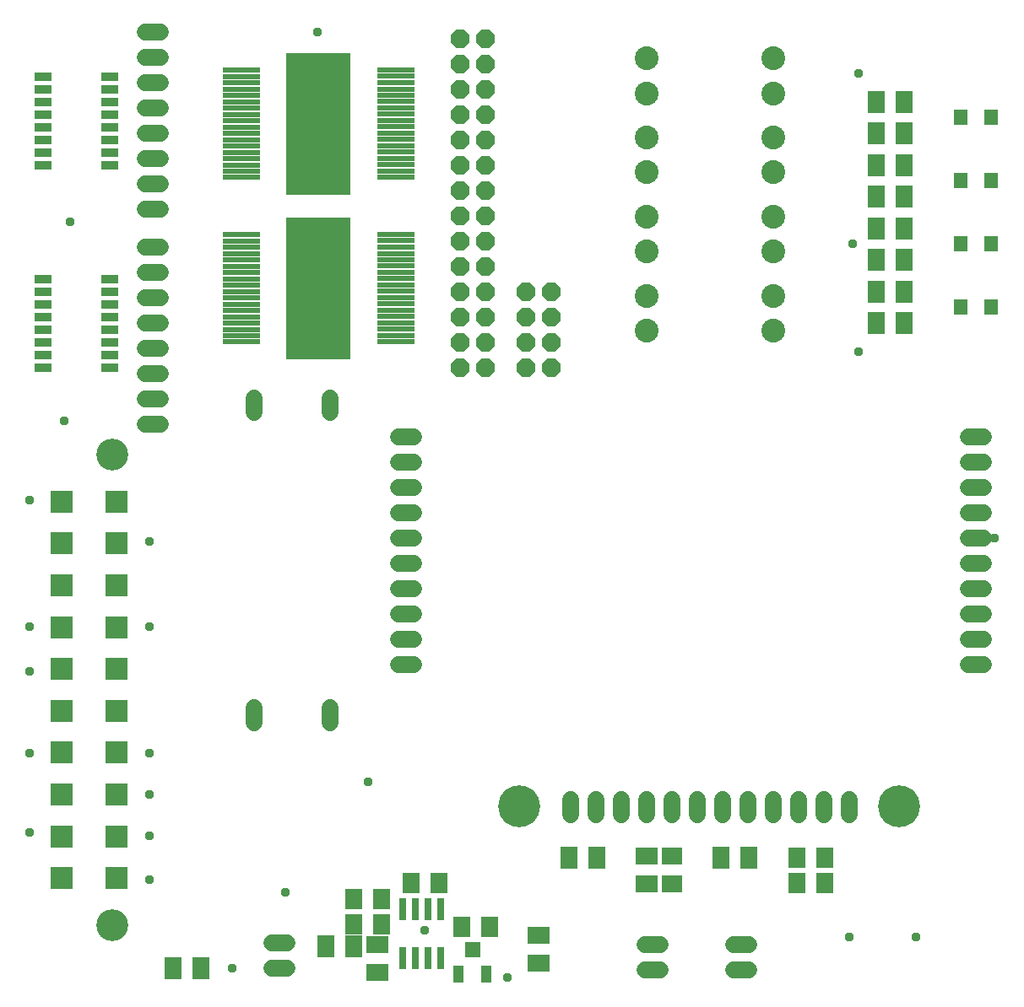
<source format=gbr>
G04 EAGLE Gerber X2 export*
G75*
%MOMM*%
%FSLAX34Y34*%
%LPD*%
%AMOC8*
5,1,8,0,0,1.08239X$1,22.5*%
G01*
%ADD10C,1.711200*%
%ADD11R,0.762000X2.184400*%
%ADD12R,2.003200X1.803200*%
%ADD13R,1.803200X2.003200*%
%ADD14R,2.203200X1.803200*%
%ADD15R,1.803200X2.203200*%
%ADD16R,1.103200X1.803200*%
%ADD17R,1.503200X1.503200*%
%ADD18R,2.303200X2.303200*%
%ADD19C,3.203200*%
%ADD20R,3.703200X0.623200*%
%ADD21R,6.503200X14.203200*%
%ADD22R,1.703200X0.903200*%
%ADD23P,2.034460X8X292.500000*%
%ADD24C,2.387600*%
%ADD25C,1.727200*%
%ADD26R,1.403200X1.603200*%
%ADD27C,0.959600*%
%ADD28C,4.203200*%


D10*
X132160Y977900D02*
X147240Y977900D01*
X147240Y952500D02*
X132160Y952500D01*
X132160Y927100D02*
X147240Y927100D01*
X147240Y901700D02*
X132160Y901700D01*
X132160Y876300D02*
X147240Y876300D01*
X147240Y850900D02*
X132160Y850900D01*
X132160Y825500D02*
X147240Y825500D01*
X147240Y800100D02*
X132160Y800100D01*
D11*
X390525Y48387D03*
X403225Y48387D03*
X415925Y48387D03*
X428625Y48387D03*
X428625Y97663D03*
X415925Y97663D03*
X403225Y97663D03*
X390525Y97663D03*
D12*
X660400Y122525D03*
X660400Y150525D03*
D13*
X426750Y123825D03*
X398750Y123825D03*
X449550Y79375D03*
X477550Y79375D03*
D14*
X365125Y61625D03*
X365125Y33625D03*
X527050Y43150D03*
X527050Y71150D03*
D15*
X585500Y149225D03*
X557500Y149225D03*
X737900Y149225D03*
X709900Y149225D03*
D10*
X558800Y192485D02*
X558800Y207565D01*
X584200Y207565D02*
X584200Y192485D01*
X609600Y192485D02*
X609600Y207565D01*
X635000Y207565D02*
X635000Y192485D01*
X660400Y192485D02*
X660400Y207565D01*
X685800Y207565D02*
X685800Y192485D01*
X711200Y192485D02*
X711200Y207565D01*
X736600Y207565D02*
X736600Y192485D01*
X762000Y192485D02*
X762000Y207565D01*
X787400Y207565D02*
X787400Y192485D01*
X812800Y192485D02*
X812800Y207565D01*
X838200Y207565D02*
X838200Y192485D01*
D16*
X446375Y32300D03*
X474375Y32300D03*
D17*
X460375Y56600D03*
D10*
X147240Y762000D02*
X132160Y762000D01*
X132160Y736600D02*
X147240Y736600D01*
X147240Y711200D02*
X132160Y711200D01*
X132160Y685800D02*
X147240Y685800D01*
X147240Y660400D02*
X132160Y660400D01*
X132160Y635000D02*
X147240Y635000D01*
X147240Y609600D02*
X132160Y609600D01*
X132160Y584200D02*
X147240Y584200D01*
X722710Y61913D02*
X737790Y61913D01*
X737790Y36513D02*
X722710Y36513D01*
X648890Y61913D02*
X633810Y61913D01*
X633810Y36513D02*
X648890Y36513D01*
X274240Y38100D02*
X259160Y38100D01*
X259160Y63500D02*
X274240Y63500D01*
D18*
X48700Y128500D03*
X48700Y170500D03*
X48700Y212500D03*
X48700Y254500D03*
X48700Y296500D03*
X48700Y338500D03*
X48700Y380500D03*
X48700Y422500D03*
X48700Y464500D03*
X48700Y506500D03*
X103700Y128500D03*
X103700Y170500D03*
X103700Y212500D03*
X103700Y254500D03*
X103700Y296500D03*
X103700Y338500D03*
X103700Y380500D03*
X103700Y422500D03*
X103700Y464500D03*
X103700Y506500D03*
D19*
X99100Y81500D03*
X99100Y553500D03*
D10*
X317500Y595710D02*
X317500Y610790D01*
X317500Y299640D02*
X317500Y284560D01*
X241300Y595710D02*
X241300Y610790D01*
X241300Y299640D02*
X241300Y284560D01*
D20*
X228620Y939800D03*
X228620Y933300D03*
X228620Y926960D03*
X228620Y920760D03*
X228620Y914260D03*
X228620Y907920D03*
X228620Y901720D03*
X228620Y895220D03*
X228620Y888880D03*
X228620Y882680D03*
X228620Y876180D03*
X228620Y869980D03*
X228620Y863480D03*
X228620Y857140D03*
X228620Y850940D03*
X228620Y844440D03*
X228620Y838100D03*
X228620Y831900D03*
X384110Y831900D03*
X384110Y838400D03*
X384110Y844600D03*
X384110Y851100D03*
X384110Y857300D03*
X384110Y863800D03*
X384110Y870000D03*
X384110Y876500D03*
X384110Y882700D03*
X384110Y889200D03*
X384110Y895400D03*
X384110Y901900D03*
X384110Y908100D03*
X384110Y914600D03*
D21*
X305965Y885830D03*
D20*
X384110Y920780D03*
X384110Y927280D03*
X384110Y933620D03*
X384110Y939960D03*
X228620Y774700D03*
X228620Y768200D03*
X228620Y761860D03*
X228620Y755660D03*
X228620Y749160D03*
X228620Y742820D03*
X228620Y736620D03*
X228620Y730120D03*
X228620Y723780D03*
X228620Y717580D03*
X228620Y711080D03*
X228620Y704880D03*
X228620Y698380D03*
X228620Y692040D03*
X228620Y685840D03*
X228620Y679340D03*
X228620Y673000D03*
X228620Y666800D03*
X384110Y666800D03*
X384110Y673300D03*
X384110Y679500D03*
X384110Y686000D03*
X384110Y692200D03*
X384110Y698700D03*
X384110Y704900D03*
X384110Y711400D03*
X384110Y717600D03*
X384110Y724100D03*
X384110Y730300D03*
X384110Y736800D03*
X384110Y743000D03*
X384110Y749500D03*
D21*
X305965Y720730D03*
D20*
X384110Y755680D03*
X384110Y762180D03*
X384110Y768520D03*
X384110Y774860D03*
D13*
X369600Y82550D03*
X341600Y82550D03*
X369600Y107950D03*
X341600Y107950D03*
X814100Y123825D03*
X786100Y123825D03*
X814100Y149225D03*
X786100Y149225D03*
D15*
X160000Y38100D03*
X188000Y38100D03*
D22*
X96960Y641350D03*
X96960Y654050D03*
X96960Y666750D03*
X96960Y679450D03*
X96960Y692150D03*
X96960Y704850D03*
X96960Y717550D03*
X96960Y730250D03*
X30040Y730250D03*
X30040Y717550D03*
X30040Y704850D03*
X30040Y692150D03*
X30040Y679450D03*
X30040Y666750D03*
X30040Y654050D03*
X30040Y641350D03*
X96960Y844550D03*
X96960Y857250D03*
X96960Y869950D03*
X96960Y882650D03*
X96960Y895350D03*
X96960Y908050D03*
X96960Y920750D03*
X96960Y933450D03*
X30040Y933450D03*
X30040Y920750D03*
X30040Y908050D03*
X30040Y895350D03*
X30040Y882650D03*
X30040Y869950D03*
X30040Y857250D03*
X30040Y844550D03*
D14*
X635000Y122525D03*
X635000Y150525D03*
D23*
X514350Y717550D03*
X539750Y717550D03*
X514350Y692150D03*
X539750Y692150D03*
X514350Y666750D03*
X539750Y666750D03*
X514350Y641350D03*
X539750Y641350D03*
X447675Y971550D03*
X473075Y971550D03*
X447675Y946150D03*
X473075Y946150D03*
X447675Y920750D03*
X473075Y920750D03*
X447675Y895350D03*
X473075Y895350D03*
X447675Y869950D03*
X473075Y869950D03*
X447675Y844550D03*
X473075Y844550D03*
X447675Y819150D03*
X473075Y819150D03*
X447675Y793750D03*
X473075Y793750D03*
X447675Y768350D03*
X473075Y768350D03*
X447675Y742950D03*
X473075Y742950D03*
X447675Y717550D03*
X473075Y717550D03*
X447675Y692150D03*
X473075Y692150D03*
X447675Y666750D03*
X473075Y666750D03*
X447675Y641350D03*
X473075Y641350D03*
D24*
X635000Y713325D03*
X635000Y678325D03*
X635000Y792700D03*
X635000Y757700D03*
X635000Y872075D03*
X635000Y837075D03*
D15*
X313025Y60325D03*
X341025Y60325D03*
D24*
X635000Y951450D03*
X635000Y916450D03*
X762000Y713325D03*
X762000Y678325D03*
X762000Y792700D03*
X762000Y757700D03*
X762000Y872075D03*
X762000Y837075D03*
X762000Y951450D03*
X762000Y916450D03*
D25*
X401320Y342900D02*
X386080Y342900D01*
X386080Y368300D02*
X401320Y368300D01*
X401320Y393700D02*
X386080Y393700D01*
X386080Y419100D02*
X401320Y419100D01*
X401320Y444500D02*
X386080Y444500D01*
X386080Y469900D02*
X401320Y469900D01*
X401320Y495300D02*
X386080Y495300D01*
X386080Y520700D02*
X401320Y520700D01*
X401320Y546100D02*
X386080Y546100D01*
X386080Y571500D02*
X401320Y571500D01*
X957608Y571500D02*
X972848Y571500D01*
X972848Y546100D02*
X957608Y546100D01*
X957608Y520700D02*
X972848Y520700D01*
X972848Y495300D02*
X957608Y495300D01*
X957608Y469900D02*
X972848Y469900D01*
X972848Y444500D02*
X957608Y444500D01*
X957608Y419100D02*
X972848Y419100D01*
X972848Y393700D02*
X957608Y393700D01*
X957608Y368300D02*
X972848Y368300D01*
X972848Y342900D02*
X957608Y342900D01*
D26*
X950200Y828675D03*
X980200Y828675D03*
D15*
X865475Y812800D03*
X893475Y812800D03*
X893475Y844550D03*
X865475Y844550D03*
D26*
X950200Y892175D03*
X980200Y892175D03*
D15*
X865475Y876300D03*
X893475Y876300D03*
X893475Y908050D03*
X865475Y908050D03*
D26*
X950200Y765175D03*
X980200Y765175D03*
D15*
X865475Y749300D03*
X893475Y749300D03*
X893475Y781050D03*
X865475Y781050D03*
D26*
X950200Y701675D03*
X980200Y701675D03*
D15*
X865475Y685800D03*
X893475Y685800D03*
X893475Y717550D03*
X865475Y717550D03*
D27*
X15875Y381000D03*
X136525Y381000D03*
X136525Y254000D03*
X136525Y212725D03*
X904875Y69850D03*
X847725Y936625D03*
X847725Y657225D03*
X273050Y114300D03*
X15875Y508000D03*
X304800Y977900D03*
X841375Y765175D03*
X15875Y254000D03*
X15875Y336550D03*
X136525Y466725D03*
X219075Y38100D03*
X838200Y69850D03*
X15875Y174625D03*
X136525Y127000D03*
X412750Y76200D03*
X355600Y225425D03*
X136525Y171450D03*
D28*
X507486Y200690D03*
X888486Y200690D03*
D27*
X984250Y469900D03*
X57150Y787400D03*
X50800Y587375D03*
X495300Y28575D03*
M02*

</source>
